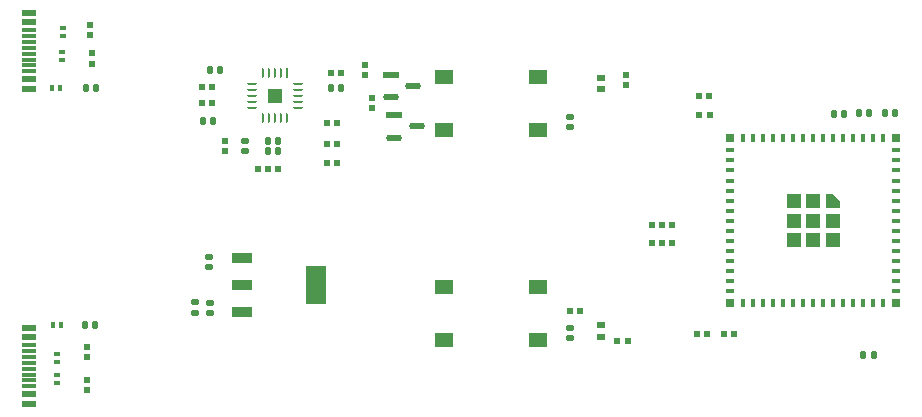
<source format=gtp>
G04*
G04 #@! TF.GenerationSoftware,Altium Limited,Altium Designer,24.5.2 (23)*
G04*
G04 Layer_Color=8421504*
%FSLAX25Y25*%
%MOIN*%
G70*
G04*
G04 #@! TF.SameCoordinates,F3A3955B-CDAA-4A41-8258-469B26568034*
G04*
G04*
G04 #@! TF.FilePolarity,Positive*
G04*
G01*
G75*
%ADD16R,0.05105X0.05105*%
%ADD17R,0.01378X0.02362*%
%ADD18R,0.02126X0.02362*%
%ADD19R,0.02362X0.01378*%
G04:AMPARAMS|DCode=20|XSize=53.43mil|YSize=22.53mil|CornerRadius=11.26mil|HoleSize=0mil|Usage=FLASHONLY|Rotation=0.000|XOffset=0mil|YOffset=0mil|HoleType=Round|Shape=RoundedRectangle|*
%AMROUNDEDRECTD20*
21,1,0.05343,0.00000,0,0,0.0*
21,1,0.03091,0.02253,0,0,0.0*
1,1,0.02253,0.01545,0.00000*
1,1,0.02253,-0.01545,0.00000*
1,1,0.02253,-0.01545,0.00000*
1,1,0.02253,0.01545,0.00000*
%
%ADD20ROUNDEDRECTD20*%
%ADD21R,0.05343X0.02253*%
%ADD22R,0.02362X0.02126*%
%ADD23R,0.03150X0.03150*%
%ADD24R,0.01575X0.03150*%
%ADD25R,0.03150X0.01575*%
%ADD26R,0.04724X0.04724*%
G04:AMPARAMS|DCode=27|XSize=23.62mil|YSize=21.26mil|CornerRadius=5.63mil|HoleSize=0mil|Usage=FLASHONLY|Rotation=90.000|XOffset=0mil|YOffset=0mil|HoleType=Round|Shape=RoundedRectangle|*
%AMROUNDEDRECTD27*
21,1,0.02362,0.00999,0,0,90.0*
21,1,0.01235,0.02126,0,0,90.0*
1,1,0.01127,0.00500,0.00618*
1,1,0.01127,0.00500,-0.00618*
1,1,0.01127,-0.00500,-0.00618*
1,1,0.01127,-0.00500,0.00618*
%
%ADD27ROUNDEDRECTD27*%
%ADD28R,0.04528X0.01181*%
%ADD29R,0.04528X0.02362*%
G04:AMPARAMS|DCode=30|XSize=23.62mil|YSize=21.26mil|CornerRadius=5.63mil|HoleSize=0mil|Usage=FLASHONLY|Rotation=180.000|XOffset=0mil|YOffset=0mil|HoleType=Round|Shape=RoundedRectangle|*
%AMROUNDEDRECTD30*
21,1,0.02362,0.00999,0,0,180.0*
21,1,0.01235,0.02126,0,0,180.0*
1,1,0.01127,-0.00618,0.00500*
1,1,0.01127,0.00618,0.00500*
1,1,0.01127,0.00618,-0.00500*
1,1,0.01127,-0.00618,-0.00500*
%
%ADD30ROUNDEDRECTD30*%
%ADD31R,0.06102X0.05118*%
G04:AMPARAMS|DCode=32|XSize=125.98mil|YSize=68.9mil|CornerRadius=2.07mil|HoleSize=0mil|Usage=FLASHONLY|Rotation=90.000|XOffset=0mil|YOffset=0mil|HoleType=Round|Shape=RoundedRectangle|*
%AMROUNDEDRECTD32*
21,1,0.12598,0.06476,0,0,90.0*
21,1,0.12185,0.06890,0,0,90.0*
1,1,0.00413,0.03238,0.06093*
1,1,0.00413,0.03238,-0.06093*
1,1,0.00413,-0.03238,-0.06093*
1,1,0.00413,-0.03238,0.06093*
%
%ADD32ROUNDEDRECTD32*%
G04:AMPARAMS|DCode=33|XSize=35.43mil|YSize=68.9mil|CornerRadius=1.95mil|HoleSize=0mil|Usage=FLASHONLY|Rotation=90.000|XOffset=0mil|YOffset=0mil|HoleType=Round|Shape=RoundedRectangle|*
%AMROUNDEDRECTD33*
21,1,0.03543,0.06500,0,0,90.0*
21,1,0.03154,0.06890,0,0,90.0*
1,1,0.00390,0.03250,0.01577*
1,1,0.00390,0.03250,-0.01577*
1,1,0.00390,-0.03250,-0.01577*
1,1,0.00390,-0.03250,0.01577*
%
%ADD33ROUNDEDRECTD33*%
%ADD34R,0.02756X0.02362*%
G04:AMPARAMS|DCode=35|XSize=33.06mil|YSize=9.55mil|CornerRadius=4.77mil|HoleSize=0mil|Usage=FLASHONLY|Rotation=270.000|XOffset=0mil|YOffset=0mil|HoleType=Round|Shape=RoundedRectangle|*
%AMROUNDEDRECTD35*
21,1,0.03306,0.00000,0,0,270.0*
21,1,0.02351,0.00955,0,0,270.0*
1,1,0.00955,0.00000,-0.01176*
1,1,0.00955,0.00000,0.01176*
1,1,0.00955,0.00000,0.01176*
1,1,0.00955,0.00000,-0.01176*
%
%ADD35ROUNDEDRECTD35*%
G04:AMPARAMS|DCode=36|XSize=9.55mil|YSize=33.06mil|CornerRadius=4.77mil|HoleSize=0mil|Usage=FLASHONLY|Rotation=270.000|XOffset=0mil|YOffset=0mil|HoleType=Round|Shape=RoundedRectangle|*
%AMROUNDEDRECTD36*
21,1,0.00955,0.02351,0,0,270.0*
21,1,0.00000,0.03306,0,0,270.0*
1,1,0.00955,-0.01176,0.00000*
1,1,0.00955,-0.01176,0.00000*
1,1,0.00955,0.01176,0.00000*
1,1,0.00955,0.01176,0.00000*
%
%ADD36ROUNDEDRECTD36*%
%ADD37R,0.00955X0.03306*%
G36*
X294075Y74980D02*
Y79705D01*
X296437D01*
X298799Y77342D01*
Y74980D01*
X294075D01*
D02*
G37*
D16*
X110531Y112459D02*
D03*
D17*
X36220Y115000D02*
D03*
X38780D02*
D03*
X36720Y36000D02*
D03*
X39279D02*
D03*
D18*
X212301Y40600D02*
D03*
X208899D02*
D03*
X224699Y30700D02*
D03*
X228101D02*
D03*
X239498Y69500D02*
D03*
X242900D02*
D03*
X239498Y63500D02*
D03*
X242900D02*
D03*
X251298Y33200D02*
D03*
X254700D02*
D03*
X86299Y110000D02*
D03*
X86199Y115400D02*
D03*
X131201Y103500D02*
D03*
Y96500D02*
D03*
Y90000D02*
D03*
X251799Y112500D02*
D03*
X104799Y88000D02*
D03*
X132701Y120000D02*
D03*
X111701Y88000D02*
D03*
X108201D02*
D03*
X108299D02*
D03*
X129299Y120000D02*
D03*
X89701Y110000D02*
D03*
X127799Y103500D02*
D03*
X89601Y115400D02*
D03*
X127799Y90000D02*
D03*
Y96500D02*
D03*
X263700Y33000D02*
D03*
X260298D02*
D03*
X255201Y112500D02*
D03*
X252000Y106000D02*
D03*
X255402D02*
D03*
X236100Y69500D02*
D03*
X239502D02*
D03*
X236100Y63500D02*
D03*
X239502D02*
D03*
D19*
X39700Y124420D02*
D03*
Y126979D02*
D03*
X40000Y132441D02*
D03*
X38000Y26280D02*
D03*
Y16721D02*
D03*
X40000Y135000D02*
D03*
X38000Y23720D02*
D03*
Y19279D02*
D03*
D20*
X156642Y115700D02*
D03*
X149158Y111960D02*
D03*
X150300Y98520D02*
D03*
X157785Y102260D02*
D03*
D21*
X149158Y119440D02*
D03*
X150300Y106000D02*
D03*
D22*
X140700Y122801D02*
D03*
Y119399D02*
D03*
X142900Y111701D02*
D03*
Y108299D02*
D03*
X49000Y136201D02*
D03*
X49500Y123199D02*
D03*
X48000Y17701D02*
D03*
Y25299D02*
D03*
X49500Y126601D02*
D03*
X49000Y132799D02*
D03*
X227600Y115999D02*
D03*
X93900Y93999D02*
D03*
Y97401D02*
D03*
X227600Y119401D02*
D03*
X48000Y28701D02*
D03*
Y14299D02*
D03*
D23*
X317500Y98405D02*
D03*
X262382D02*
D03*
X317500Y43287D02*
D03*
X262382D02*
D03*
D24*
X313366Y98405D02*
D03*
X310020D02*
D03*
X306673D02*
D03*
X303327D02*
D03*
X299980D02*
D03*
X296634D02*
D03*
X293287D02*
D03*
X289941D02*
D03*
X286595D02*
D03*
X283248D02*
D03*
X279902D02*
D03*
X276555D02*
D03*
X273209D02*
D03*
X269862D02*
D03*
X266516D02*
D03*
Y43287D02*
D03*
X269862D02*
D03*
X273209D02*
D03*
X276555D02*
D03*
X279902D02*
D03*
X283248D02*
D03*
X286595D02*
D03*
X289941D02*
D03*
X293287D02*
D03*
X296634D02*
D03*
X299980D02*
D03*
X303327D02*
D03*
X306673D02*
D03*
X310020D02*
D03*
X313366D02*
D03*
D25*
X262382Y94272D02*
D03*
Y90925D02*
D03*
Y87579D02*
D03*
Y84232D02*
D03*
Y80886D02*
D03*
Y77539D02*
D03*
Y74193D02*
D03*
Y70846D02*
D03*
Y67500D02*
D03*
Y64153D02*
D03*
Y60807D02*
D03*
Y57461D02*
D03*
Y54114D02*
D03*
Y50768D02*
D03*
Y47421D02*
D03*
X317500D02*
D03*
Y50768D02*
D03*
Y54114D02*
D03*
Y57461D02*
D03*
Y60807D02*
D03*
Y64153D02*
D03*
Y67500D02*
D03*
Y70846D02*
D03*
Y74193D02*
D03*
Y77539D02*
D03*
Y80886D02*
D03*
Y84232D02*
D03*
Y87579D02*
D03*
Y90925D02*
D03*
Y94272D02*
D03*
D26*
X289941Y70846D02*
D03*
X296437D02*
D03*
Y64350D02*
D03*
X289941D02*
D03*
X283445D02*
D03*
Y70846D02*
D03*
Y77342D02*
D03*
X289941D02*
D03*
D27*
X296807Y106500D02*
D03*
X300193D02*
D03*
X308593Y106600D02*
D03*
X305207D02*
D03*
X47614Y115000D02*
D03*
X50693Y36000D02*
D03*
X89007Y121200D02*
D03*
X132693Y115000D02*
D03*
X86407Y104100D02*
D03*
X317193Y106700D02*
D03*
X306714Y26000D02*
D03*
X51000Y115000D02*
D03*
X111693Y94000D02*
D03*
X111593Y97400D02*
D03*
X92393Y121200D02*
D03*
X313807Y106700D02*
D03*
X310100Y26000D02*
D03*
X129307Y115000D02*
D03*
X89793Y104100D02*
D03*
X108207Y97400D02*
D03*
X108307Y94000D02*
D03*
X47307Y36000D02*
D03*
D28*
X28484Y126516D02*
D03*
Y130453D02*
D03*
Y124547D02*
D03*
Y128484D02*
D03*
Y132421D02*
D03*
Y120610D02*
D03*
Y15610D02*
D03*
Y17579D02*
D03*
Y19547D02*
D03*
Y21516D02*
D03*
Y23484D02*
D03*
Y25453D02*
D03*
Y27421D02*
D03*
Y29390D02*
D03*
Y122579D02*
D03*
Y134390D02*
D03*
D29*
Y136949D02*
D03*
Y9902D02*
D03*
Y35098D02*
D03*
Y140098D02*
D03*
Y31949D02*
D03*
Y13051D02*
D03*
Y114902D02*
D03*
Y118051D02*
D03*
D30*
X208800Y101907D02*
D03*
X208900Y31607D02*
D03*
X88600Y55307D02*
D03*
X84000Y43593D02*
D03*
X89000Y43493D02*
D03*
X100500Y93907D02*
D03*
X88600Y58693D02*
D03*
X100500Y97293D02*
D03*
X89000Y40107D02*
D03*
X84000Y40207D02*
D03*
X208900Y34993D02*
D03*
X208800Y105293D02*
D03*
D31*
X166850Y118858D02*
D03*
X198150D02*
D03*
X166850Y48858D02*
D03*
X198150D02*
D03*
X166850Y101142D02*
D03*
X198150D02*
D03*
X166850Y31142D02*
D03*
X198150D02*
D03*
D32*
X124303Y49400D02*
D03*
D33*
X99697D02*
D03*
Y58455D02*
D03*
Y40345D02*
D03*
D34*
X219300Y32230D02*
D03*
Y118440D02*
D03*
Y35970D02*
D03*
Y114700D02*
D03*
D35*
X110531Y104917D02*
D03*
Y120000D02*
D03*
X114469Y104917D02*
D03*
X112500D02*
D03*
X108563D02*
D03*
X106595D02*
D03*
Y120000D02*
D03*
X108563D02*
D03*
X112500D02*
D03*
D36*
X118073Y116396D02*
D03*
Y114427D02*
D03*
Y112459D02*
D03*
Y110490D02*
D03*
Y108522D02*
D03*
X102990D02*
D03*
Y110490D02*
D03*
Y112459D02*
D03*
Y114427D02*
D03*
Y116396D02*
D03*
D37*
X114469Y120000D02*
D03*
M02*

</source>
